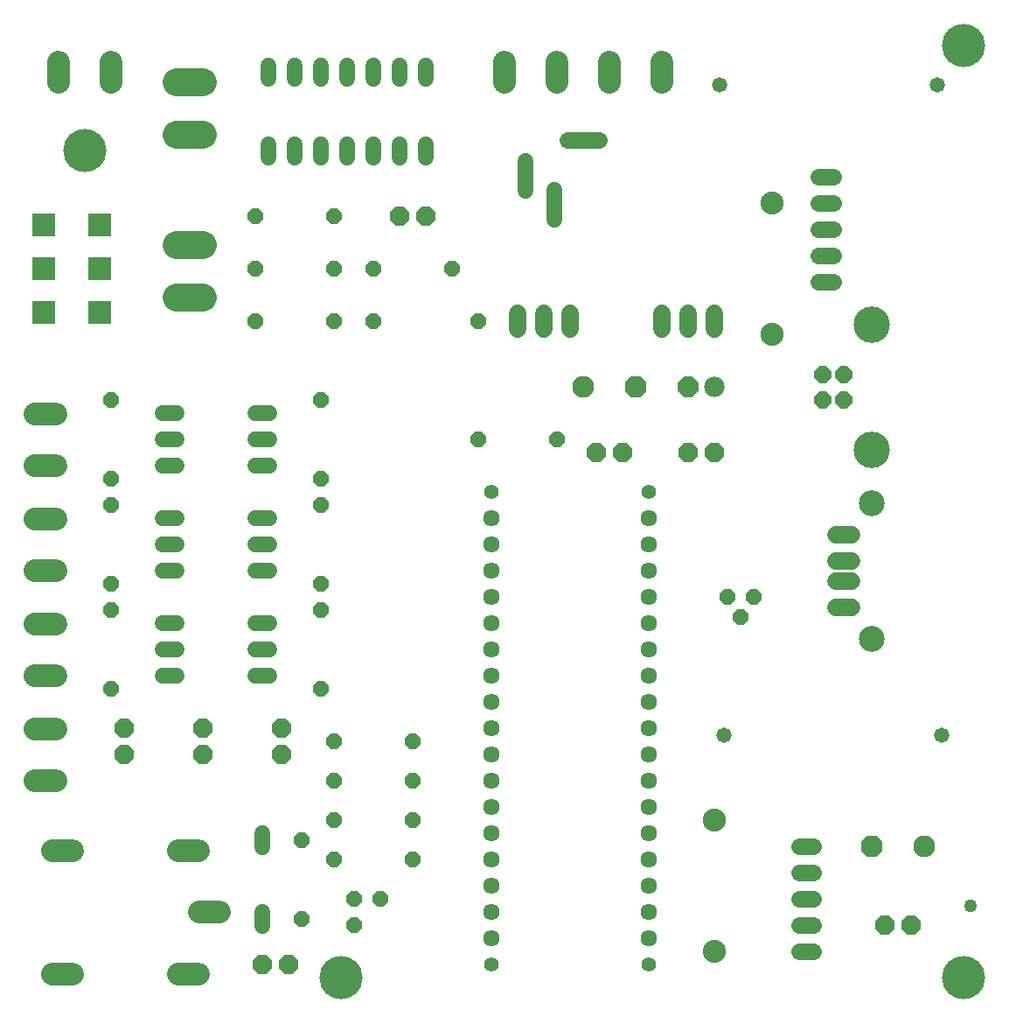
<source format=gbr>
G04 EAGLE Gerber X2 export*
%TF.Part,Single*%
%TF.FileFunction,Soldermask,Bot,1*%
%TF.FilePolarity,Negative*%
%TF.GenerationSoftware,Autodesk,EAGLE,8.6.3*%
%TF.CreationDate,2019-08-01T17:55:08Z*%
G75*
%MOMM*%
%FSLAX34Y34*%
%LPD*%
%AMOC8*
5,1,8,0,0,1.08239X$1,22.5*%
G01*
%ADD10C,4.171950*%
%ADD11P,2.144431X8X202.500000*%
%ADD12C,1.981200*%
%ADD13P,1.951982X8X22.500000*%
%ADD14C,2.108200*%
%ADD15P,2.281895X8X202.500000*%
%ADD16P,2.281895X8X22.500000*%
%ADD17C,1.524000*%
%ADD18C,2.235200*%
%ADD19C,2.743200*%
%ADD20C,1.600200*%
%ADD21C,1.727200*%
%ADD22P,1.649562X8X202.500000*%
%ADD23C,2.184400*%
%ADD24P,2.034460X8X112.500000*%
%ADD25C,1.611200*%
%ADD26C,1.403200*%
%ADD27P,1.649562X8X22.500000*%
%ADD28P,1.649562X8X112.500000*%
%ADD29P,1.649562X8X292.500000*%
%ADD30C,1.603200*%
%ADD31C,1.511200*%
%ADD32C,1.661200*%
%ADD33C,2.503200*%
%ADD34R,2.303200X2.303200*%
%ADD35P,1.798066X8X112.500000*%
%ADD36C,3.519200*%
%ADD37P,1.951982X8X202.500000*%
%ADD38P,2.034460X8X22.500000*%
%ADD39P,2.034460X8X202.500000*%
%ADD40C,1.478200*%
%ADD41C,1.259600*%


D10*
X101600Y838200D03*
X952500Y939800D03*
X952500Y38100D03*
X349250Y38100D03*
D11*
X685800Y609600D03*
D12*
X711200Y609600D03*
D13*
X685800Y546100D03*
X711200Y546100D03*
X596900Y546100D03*
X622300Y546100D03*
D14*
X914400Y165100D03*
D15*
X863600Y165100D03*
D14*
X584200Y609600D03*
D16*
X635000Y609600D03*
D17*
X273050Y178054D02*
X273050Y164846D01*
X273050Y101854D02*
X273050Y88646D01*
D18*
X711200Y190500D03*
X711200Y63500D03*
X767080Y787400D03*
X767080Y660400D03*
D19*
X215900Y904240D02*
X190500Y904240D01*
X190500Y695960D02*
X215900Y695960D01*
X215900Y746760D02*
X190500Y746760D01*
X190500Y853440D02*
X215900Y853440D01*
D17*
X279400Y844804D02*
X279400Y831596D01*
X304800Y831596D02*
X304800Y844804D01*
X431800Y844804D02*
X431800Y831596D01*
X431800Y907796D02*
X431800Y921004D01*
X330200Y844804D02*
X330200Y831596D01*
X355600Y831596D02*
X355600Y844804D01*
X406400Y844804D02*
X406400Y831596D01*
X381000Y831596D02*
X381000Y844804D01*
X406400Y907796D02*
X406400Y921004D01*
X381000Y921004D02*
X381000Y907796D01*
X355600Y907796D02*
X355600Y921004D01*
X330200Y921004D02*
X330200Y907796D01*
X304800Y907796D02*
X304800Y921004D01*
X279400Y921004D02*
X279400Y907796D01*
D20*
X793115Y165100D02*
X807085Y165100D01*
X807085Y139700D02*
X793115Y139700D01*
X793115Y114300D02*
X807085Y114300D01*
X807085Y88900D02*
X793115Y88900D01*
X793115Y63500D02*
X807085Y63500D01*
X812165Y812800D02*
X826135Y812800D01*
X826135Y787400D02*
X812165Y787400D01*
X812165Y762000D02*
X826135Y762000D01*
X826135Y736600D02*
X812165Y736600D01*
X812165Y711200D02*
X826135Y711200D01*
D21*
X660400Y680720D02*
X660400Y665480D01*
X685800Y665480D02*
X685800Y680720D01*
X711200Y680720D02*
X711200Y665480D01*
D22*
X749300Y406400D03*
X736600Y387350D03*
X723900Y406400D03*
D23*
X232156Y101600D02*
X212344Y101600D01*
X211836Y161290D02*
X192024Y161290D01*
X192024Y41910D02*
X211836Y41910D01*
X89916Y41910D02*
X70104Y41910D01*
X70104Y161290D02*
X89916Y161290D01*
D24*
X292100Y254000D03*
X292100Y279400D03*
X215900Y254000D03*
X215900Y279400D03*
X139700Y254000D03*
X139700Y279400D03*
D25*
X495300Y76200D03*
X495300Y101600D03*
X495300Y127000D03*
X495300Y152400D03*
X495300Y177800D03*
X495300Y203200D03*
X495300Y228600D03*
X495300Y254000D03*
X495300Y279400D03*
X495300Y304800D03*
X495300Y330200D03*
X495300Y355600D03*
X495300Y381000D03*
X495300Y406400D03*
X495300Y431800D03*
X495300Y457200D03*
X495300Y482600D03*
X647700Y76200D03*
X647700Y101600D03*
X647700Y127000D03*
X647700Y152400D03*
X647700Y177800D03*
X647700Y203200D03*
X647700Y228600D03*
X647700Y254000D03*
X647700Y279400D03*
X647700Y304800D03*
X647700Y330200D03*
X647700Y355600D03*
X647700Y381000D03*
X647700Y406400D03*
X647700Y431800D03*
X647700Y457200D03*
X647700Y482600D03*
D26*
X495300Y50800D03*
X647700Y50800D03*
X495300Y508000D03*
X647700Y508000D03*
D17*
X190500Y584200D02*
X177292Y584200D01*
X177292Y558800D02*
X190500Y558800D01*
X266700Y558800D02*
X279908Y558800D01*
X279908Y584200D02*
X266700Y584200D01*
X190500Y533400D02*
X177292Y533400D01*
X266700Y533400D02*
X279908Y533400D01*
X190500Y482600D02*
X177292Y482600D01*
X177292Y457200D02*
X190500Y457200D01*
X266700Y457200D02*
X279908Y457200D01*
X279908Y482600D02*
X266700Y482600D01*
X190500Y431800D02*
X177292Y431800D01*
X266700Y431800D02*
X279908Y431800D01*
X190500Y381000D02*
X177292Y381000D01*
X177292Y355600D02*
X190500Y355600D01*
X266700Y355600D02*
X279908Y355600D01*
X279908Y381000D02*
X266700Y381000D01*
X190500Y330200D02*
X177292Y330200D01*
X266700Y330200D02*
X279908Y330200D01*
D27*
X342900Y190500D03*
X419100Y190500D03*
D22*
X419100Y152400D03*
X342900Y152400D03*
D28*
X127000Y520700D03*
X127000Y596900D03*
D22*
X342900Y673100D03*
X266700Y673100D03*
D27*
X482600Y558800D03*
X558800Y558800D03*
D22*
X482600Y673100D03*
X381000Y673100D03*
D28*
X127000Y419100D03*
X127000Y495300D03*
X127000Y317500D03*
X127000Y393700D03*
D29*
X330200Y596900D03*
X330200Y520700D03*
X330200Y495300D03*
X330200Y419100D03*
X330200Y393700D03*
X330200Y317500D03*
D27*
X381000Y723900D03*
X457200Y723900D03*
D22*
X342900Y723900D03*
X266700Y723900D03*
D27*
X342900Y266700D03*
X419100Y266700D03*
X342900Y228600D03*
X419100Y228600D03*
D22*
X387350Y114300D03*
X361950Y114300D03*
X361950Y88900D03*
D21*
X520700Y665480D02*
X520700Y680720D01*
X546100Y680720D02*
X546100Y665480D01*
X571500Y665480D02*
X571500Y680720D01*
D30*
X585200Y849100D02*
X599200Y849100D01*
D31*
X528200Y828640D02*
X528200Y815560D01*
X556200Y800640D02*
X556200Y787560D01*
D30*
X569200Y849100D02*
X583200Y849100D01*
D31*
X528200Y812640D02*
X528200Y799560D01*
X556200Y784640D02*
X556200Y771560D01*
D23*
X126746Y904494D02*
X126746Y924306D01*
X76454Y924306D02*
X76454Y904494D01*
D32*
X829210Y421800D02*
X843790Y421800D01*
X843790Y441800D02*
X829210Y441800D01*
X829210Y396800D02*
X843790Y396800D01*
X843790Y466800D02*
X829210Y466800D01*
D33*
X863600Y366100D03*
X863600Y497500D03*
D23*
X73406Y533654D02*
X53594Y533654D01*
X53594Y583946D02*
X73406Y583946D01*
X73406Y330454D02*
X53594Y330454D01*
X53594Y380746D02*
X73406Y380746D01*
X73406Y432054D02*
X53594Y432054D01*
X53594Y482346D02*
X73406Y482346D01*
D34*
X116310Y766340D03*
X116310Y724340D03*
X116310Y682340D03*
X61310Y682340D03*
X61310Y724340D03*
X61310Y766340D03*
D35*
X816500Y622100D03*
X816500Y597100D03*
X836500Y597100D03*
X836500Y622100D03*
D36*
X863600Y549400D03*
X863600Y669800D03*
D23*
X73406Y228854D02*
X53594Y228854D01*
X53594Y279146D02*
X73406Y279146D01*
X660146Y904494D02*
X660146Y924306D01*
X609854Y924306D02*
X609854Y904494D01*
X558546Y904494D02*
X558546Y924306D01*
X508254Y924306D02*
X508254Y904494D01*
D37*
X901700Y88900D03*
X876300Y88900D03*
D22*
X342900Y774700D03*
X266700Y774700D03*
D38*
X406400Y774700D03*
X431800Y774700D03*
D28*
X311150Y95250D03*
X311150Y171450D03*
D39*
X298450Y50800D03*
X273050Y50800D03*
D40*
X927100Y901700D03*
X720090Y273050D03*
X716280Y901700D03*
X930910Y273050D03*
D41*
X958850Y107950D03*
M02*

</source>
